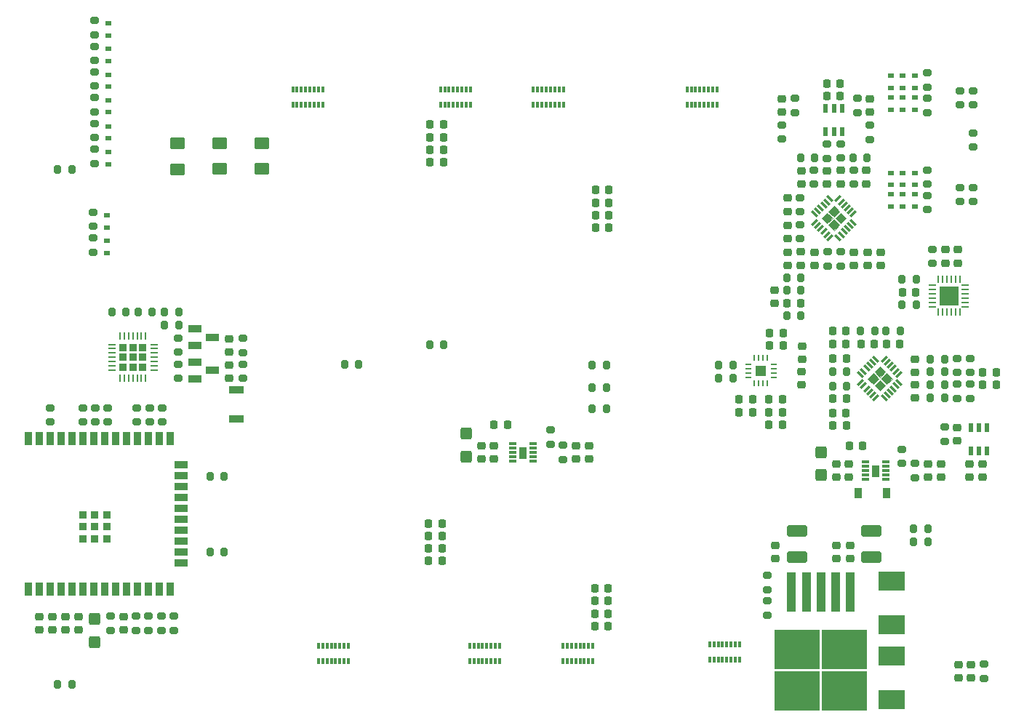
<source format=gbr>
%TF.GenerationSoftware,KiCad,Pcbnew,(6.0.11)*%
%TF.CreationDate,2024-03-19T14:27:03-04:00*%
%TF.ProjectId,Ultrasonic Sound Steering - Control Rev. B,556c7472-6173-46f6-9e69-6320536f756e,rev?*%
%TF.SameCoordinates,Original*%
%TF.FileFunction,Paste,Top*%
%TF.FilePolarity,Positive*%
%FSLAX46Y46*%
G04 Gerber Fmt 4.6, Leading zero omitted, Abs format (unit mm)*
G04 Created by KiCad (PCBNEW (6.0.11)) date 2024-03-19 14:27:03*
%MOMM*%
%LPD*%
G01*
G04 APERTURE LIST*
G04 Aperture macros list*
%AMRoundRect*
0 Rectangle with rounded corners*
0 $1 Rounding radius*
0 $2 $3 $4 $5 $6 $7 $8 $9 X,Y pos of 4 corners*
0 Add a 4 corners polygon primitive as box body*
4,1,4,$2,$3,$4,$5,$6,$7,$8,$9,$2,$3,0*
0 Add four circle primitives for the rounded corners*
1,1,$1+$1,$2,$3*
1,1,$1+$1,$4,$5*
1,1,$1+$1,$6,$7*
1,1,$1+$1,$8,$9*
0 Add four rect primitives between the rounded corners*
20,1,$1+$1,$2,$3,$4,$5,0*
20,1,$1+$1,$4,$5,$6,$7,0*
20,1,$1+$1,$6,$7,$8,$9,0*
20,1,$1+$1,$8,$9,$2,$3,0*%
G04 Aperture macros list end*
%ADD10C,0.010000*%
%ADD11RoundRect,0.200000X-0.275000X0.200000X-0.275000X-0.200000X0.275000X-0.200000X0.275000X0.200000X0*%
%ADD12R,0.700000X0.600000*%
%ADD13RoundRect,0.225000X0.225000X0.250000X-0.225000X0.250000X-0.225000X-0.250000X0.225000X-0.250000X0*%
%ADD14RoundRect,0.225000X-0.250000X0.225000X-0.250000X-0.225000X0.250000X-0.225000X0.250000X0.225000X0*%
%ADD15RoundRect,0.225000X0.250000X-0.225000X0.250000X0.225000X-0.250000X0.225000X-0.250000X-0.225000X0*%
%ADD16RoundRect,0.225000X-0.225000X-0.250000X0.225000X-0.250000X0.225000X0.250000X-0.225000X0.250000X0*%
%ADD17R,0.300000X0.800000*%
%ADD18RoundRect,0.008100X0.411900X0.126900X-0.411900X0.126900X-0.411900X-0.126900X0.411900X-0.126900X0*%
%ADD19RoundRect,0.200000X0.200000X0.275000X-0.200000X0.275000X-0.200000X-0.275000X0.200000X-0.275000X0*%
%ADD20RoundRect,0.250001X-0.624999X0.462499X-0.624999X-0.462499X0.624999X-0.462499X0.624999X0.462499X0*%
%ADD21RoundRect,0.250000X0.425000X-0.450000X0.425000X0.450000X-0.425000X0.450000X-0.425000X-0.450000X0*%
%ADD22RoundRect,0.200000X0.275000X-0.200000X0.275000X0.200000X-0.275000X0.200000X-0.275000X-0.200000X0*%
%ADD23RoundRect,0.200000X-0.200000X-0.275000X0.200000X-0.275000X0.200000X0.275000X-0.200000X0.275000X0*%
%ADD24R,0.900000X1.200000*%
%ADD25R,3.048000X2.286000*%
%ADD26RoundRect,0.225000X0.225000X0.225000X-0.225000X0.225000X-0.225000X-0.225000X0.225000X-0.225000X0*%
%ADD27RoundRect,0.062500X0.337500X0.062500X-0.337500X0.062500X-0.337500X-0.062500X0.337500X-0.062500X0*%
%ADD28RoundRect,0.062500X0.062500X0.337500X-0.062500X0.337500X-0.062500X-0.337500X0.062500X-0.337500X0*%
%ADD29RoundRect,0.002600X0.212132X0.392303X-0.392303X-0.212132X-0.212132X-0.392303X0.392303X0.212132X0*%
%ADD30RoundRect,0.002600X-0.392303X0.212132X0.212132X-0.392303X0.392303X-0.212132X-0.212132X0.392303X0*%
%ADD31RoundRect,0.002600X-0.212132X-0.392303X0.392303X0.212132X0.212132X0.392303X-0.392303X-0.212132X0*%
%ADD32RoundRect,0.002600X0.392303X-0.212132X-0.212132X0.392303X-0.392303X0.212132X0.212132X-0.392303X0*%
%ADD33RoundRect,0.250000X0.925000X-0.412500X0.925000X0.412500X-0.925000X0.412500X-0.925000X-0.412500X0*%
%ADD34R,0.900000X1.500000*%
%ADD35R,1.500000X0.900000*%
%ADD36R,0.900000X0.900000*%
%ADD37R,1.600200X0.863600*%
%ADD38R,0.254000X0.812800*%
%ADD39R,0.812800X0.254000*%
%ADD40R,2.260600X2.260600*%
%ADD41R,5.250000X4.550000*%
%ADD42R,1.100000X4.600000*%
%ADD43R,0.558800X0.977900*%
%ADD44R,0.254000X0.762000*%
%ADD45R,0.762000X0.254000*%
%ADD46R,1.193800X1.193800*%
%ADD47R,1.700000X0.900000*%
%ADD48R,0.599999X1.000000*%
%ADD49RoundRect,0.250000X-0.425000X0.450000X-0.425000X-0.450000X0.425000X-0.450000X0.425000X0.450000X0*%
G04 APERTURE END LIST*
%TO.C,U7*%
G36*
X186209000Y-108077500D02*
G01*
X185451000Y-108077500D01*
X185451000Y-106812500D01*
X186209000Y-106812500D01*
X186209000Y-108077500D01*
G37*
D10*
X186209000Y-108077500D02*
X185451000Y-108077500D01*
X185451000Y-106812500D01*
X186209000Y-106812500D01*
X186209000Y-108077500D01*
%TO.C,U8*%
G36*
X145139000Y-105972500D02*
G01*
X144381000Y-105972500D01*
X144381000Y-104707500D01*
X145139000Y-104707500D01*
X145139000Y-105972500D01*
G37*
X145139000Y-105972500D02*
X144381000Y-105972500D01*
X144381000Y-104707500D01*
X145139000Y-104707500D01*
X145139000Y-105972500D01*
%TO.C,U5*%
G36*
X186178075Y-96728216D02*
G01*
X185555905Y-97350386D01*
X184932944Y-96727425D01*
X185555114Y-96105255D01*
X186178075Y-96728216D01*
G37*
X186178075Y-96728216D02*
X185555905Y-97350386D01*
X184932944Y-96727425D01*
X185555114Y-96105255D01*
X186178075Y-96728216D01*
G36*
X187763139Y-96727071D02*
G01*
X187139825Y-97350386D01*
X186517698Y-96728259D01*
X187141013Y-96104945D01*
X187763139Y-96727071D01*
G37*
X187763139Y-96727071D02*
X187139825Y-97350386D01*
X186517698Y-96728259D01*
X187141013Y-96104945D01*
X187763139Y-96727071D01*
G36*
X186970246Y-95936045D02*
G01*
X186347865Y-96558426D01*
X185725484Y-95936045D01*
X186347865Y-95313664D01*
X186970246Y-95936045D01*
G37*
X186970246Y-95936045D02*
X186347865Y-96558426D01*
X185725484Y-95936045D01*
X186347865Y-95313664D01*
X186970246Y-95936045D01*
G36*
X186970019Y-97520192D02*
G01*
X186347865Y-98142346D01*
X185725711Y-97520192D01*
X186347865Y-96898038D01*
X186970019Y-97520192D01*
G37*
X186970019Y-97520192D02*
X186347865Y-98142346D01*
X185725711Y-97520192D01*
X186347865Y-96898038D01*
X186970019Y-97520192D01*
%TO.C,U6*%
G36*
X181612254Y-78851960D02*
G01*
X180989293Y-79474921D01*
X180367123Y-78852751D01*
X180990084Y-78229790D01*
X181612254Y-78851960D01*
G37*
X181612254Y-78851960D02*
X180989293Y-79474921D01*
X180367123Y-78852751D01*
X180990084Y-78229790D01*
X181612254Y-78851960D01*
G36*
X181612254Y-77268040D02*
G01*
X180990127Y-77890167D01*
X180366813Y-77266852D01*
X180988939Y-76644726D01*
X181612254Y-77268040D01*
G37*
X181612254Y-77268040D02*
X180990127Y-77890167D01*
X180366813Y-77266852D01*
X180988939Y-76644726D01*
X181612254Y-77268040D01*
G36*
X182404214Y-78060000D02*
G01*
X181782060Y-78682154D01*
X181159906Y-78060000D01*
X181782060Y-77437846D01*
X182404214Y-78060000D01*
G37*
X182404214Y-78060000D02*
X181782060Y-78682154D01*
X181159906Y-78060000D01*
X181782060Y-77437846D01*
X182404214Y-78060000D01*
G36*
X180820294Y-78060000D02*
G01*
X180197913Y-78682381D01*
X179575532Y-78060000D01*
X180197913Y-77437619D01*
X180820294Y-78060000D01*
G37*
X180820294Y-78060000D02*
X180197913Y-78682381D01*
X179575532Y-78060000D01*
X180197913Y-77437619D01*
X180820294Y-78060000D01*
%TD*%
D11*
%TO.C,PTC9*%
X94780000Y-80370000D03*
X94780000Y-82020000D03*
%TD*%
D12*
%TO.C,D16*%
X187605000Y-62880000D03*
X187605000Y-61480000D03*
%TD*%
%TO.C,D22*%
X96530000Y-70360000D03*
X96530000Y-71760000D03*
%TD*%
D13*
%TO.C,C46*%
X174980000Y-102135000D03*
X173430000Y-102135000D03*
%TD*%
D14*
%TO.C,C72*%
X196980000Y-130035000D03*
X196980000Y-131585000D03*
%TD*%
D15*
%TO.C,C103*%
X89982500Y-125990000D03*
X89982500Y-124440000D03*
%TD*%
D16*
%TO.C,C21*%
X180165000Y-63840000D03*
X181715000Y-63840000D03*
%TD*%
D11*
%TO.C,R1*%
X197200000Y-74483500D03*
X197200000Y-76133500D03*
%TD*%
D17*
%TO.C,RN6*%
X152935000Y-127830000D03*
X152435000Y-127830000D03*
X151935000Y-127830000D03*
X151435000Y-127830000D03*
X150935000Y-127830000D03*
X150435000Y-127830000D03*
X149935000Y-127830000D03*
X149435000Y-127830000D03*
X149435000Y-129630000D03*
X149935000Y-129630000D03*
X150435000Y-129630000D03*
X150935000Y-129630000D03*
X151435000Y-129630000D03*
X151935000Y-129630000D03*
X152435000Y-129630000D03*
X152935000Y-129630000D03*
%TD*%
D16*
%TO.C,C15*%
X188974466Y-86655000D03*
X190524466Y-86655000D03*
%TD*%
D11*
%TO.C,R40*%
X183290000Y-72435000D03*
X183290000Y-74085000D03*
%TD*%
D13*
%TO.C,C28*%
X199867200Y-95964466D03*
X198317200Y-95964466D03*
%TD*%
D11*
%TO.C,R39*%
X178690000Y-72460000D03*
X178690000Y-74110000D03*
%TD*%
D18*
%TO.C,U7*%
X187025000Y-108445000D03*
X187025000Y-107945000D03*
X187025000Y-107445000D03*
X187025000Y-106945000D03*
X187025000Y-106445000D03*
X184635000Y-106445000D03*
X184635000Y-106945000D03*
X184635000Y-107445000D03*
X184635000Y-107945000D03*
X184635000Y-108445000D03*
%TD*%
D13*
%TO.C,C112*%
X135365000Y-115050000D03*
X133815000Y-115050000D03*
%TD*%
D12*
%TO.C,D18*%
X96530000Y-64310000D03*
X96530000Y-65710000D03*
%TD*%
D14*
%TO.C,C82*%
X152490000Y-104550000D03*
X152490000Y-106100000D03*
%TD*%
%TO.C,C87*%
X182855000Y-116155000D03*
X182855000Y-117705000D03*
%TD*%
D11*
%TO.C,R47*%
X149480000Y-104490000D03*
X149480000Y-106140000D03*
%TD*%
D19*
%TO.C,R74*%
X101622500Y-88970000D03*
X99972500Y-88970000D03*
%TD*%
D12*
%TO.C,D8*%
X96530000Y-61360000D03*
X96530000Y-62760000D03*
%TD*%
D13*
%TO.C,C47*%
X182415000Y-100732500D03*
X180865000Y-100732500D03*
%TD*%
D20*
%TO.C,D3*%
X104570000Y-69365000D03*
X104570000Y-72340000D03*
%TD*%
D11*
%TO.C,R46*%
X188920000Y-104965000D03*
X188920000Y-106615000D03*
%TD*%
%TO.C,PTC7*%
X94930000Y-67035000D03*
X94930000Y-68685000D03*
%TD*%
D21*
%TO.C,C67*%
X138157500Y-105840000D03*
X138157500Y-103140000D03*
%TD*%
D15*
%TO.C,C131*%
X88452500Y-125980000D03*
X88452500Y-124430000D03*
%TD*%
D16*
%TO.C,C138*%
X169955000Y-99135000D03*
X171505000Y-99135000D03*
%TD*%
D14*
%TO.C,C81*%
X193455000Y-106670000D03*
X193455000Y-108220000D03*
%TD*%
D16*
%TO.C,C104*%
X153140000Y-122630000D03*
X154690000Y-122630000D03*
%TD*%
D22*
%TO.C,R111*%
X101310000Y-101770000D03*
X101310000Y-100120000D03*
%TD*%
D13*
%TO.C,C111*%
X135515000Y-67170000D03*
X133965000Y-67170000D03*
%TD*%
D23*
%TO.C,R56*%
X175505000Y-89390000D03*
X177155000Y-89390000D03*
%TD*%
D14*
%TO.C,C80*%
X150990000Y-104550000D03*
X150990000Y-106100000D03*
%TD*%
D15*
%TO.C,C36*%
X190380000Y-98997500D03*
X190380000Y-97447500D03*
%TD*%
D16*
%TO.C,C113*%
X153140000Y-124090000D03*
X154690000Y-124090000D03*
%TD*%
D15*
%TO.C,C30*%
X181790000Y-74035000D03*
X181790000Y-72485000D03*
%TD*%
%TO.C,C85*%
X198260000Y-108215000D03*
X198260000Y-106665000D03*
%TD*%
D19*
%TO.C,R35*%
X193880000Y-98960000D03*
X192230000Y-98960000D03*
%TD*%
D22*
%TO.C,R24*%
X174964769Y-68866709D03*
X174964769Y-67216709D03*
%TD*%
D23*
%TO.C,R70*%
X103052500Y-90520000D03*
X104702500Y-90520000D03*
%TD*%
D16*
%TO.C,C109*%
X153140000Y-121170000D03*
X154690000Y-121170000D03*
%TD*%
D13*
%TO.C,C44*%
X174980000Y-100635000D03*
X173430000Y-100635000D03*
%TD*%
D14*
%TO.C,C159*%
X175583005Y-81992929D03*
X175583005Y-83542929D03*
%TD*%
D11*
%TO.C,PTC5*%
X94910000Y-55035000D03*
X94910000Y-56685000D03*
%TD*%
D24*
%TO.C,D1*%
X183797000Y-110070000D03*
X187097000Y-110070000D03*
%TD*%
D14*
%TO.C,C16*%
X193940000Y-81720000D03*
X193940000Y-83270000D03*
%TD*%
D22*
%TO.C,R114*%
X96470000Y-101765000D03*
X96470000Y-100115000D03*
%TD*%
%TO.C,R17*%
X192440000Y-83320000D03*
X192440000Y-81670000D03*
%TD*%
D19*
%TO.C,PTC1*%
X92280000Y-72350000D03*
X90630000Y-72350000D03*
%TD*%
D23*
%TO.C,R109*%
X108345000Y-108070000D03*
X109995000Y-108070000D03*
%TD*%
D13*
%TO.C,C114*%
X135370000Y-117970000D03*
X133820000Y-117970000D03*
%TD*%
D14*
%TO.C,C160*%
X177254738Y-95905262D03*
X177254738Y-97455262D03*
%TD*%
D25*
%TO.C,F1*%
X187690000Y-134070000D03*
X187690000Y-128990000D03*
%TD*%
D19*
%TO.C,R77*%
X154500000Y-100272500D03*
X152850000Y-100272500D03*
%TD*%
D15*
%TO.C,C142*%
X174120000Y-87975000D03*
X174120000Y-86425000D03*
%TD*%
D13*
%TO.C,C33*%
X175055000Y-91435000D03*
X173505000Y-91435000D03*
%TD*%
D15*
%TO.C,C65*%
X175570000Y-80415000D03*
X175570000Y-78865000D03*
%TD*%
D14*
%TO.C,C108*%
X110617500Y-92085000D03*
X110617500Y-93635000D03*
%TD*%
D19*
%TO.C,R98*%
X169230000Y-96664300D03*
X167580000Y-96664300D03*
%TD*%
D26*
%TO.C,U12*%
X99377500Y-93130000D03*
X98257500Y-93130000D03*
X100497500Y-93130000D03*
X99377500Y-95370000D03*
X99377500Y-94250000D03*
X100497500Y-95370000D03*
X98257500Y-94250000D03*
X98257500Y-95370000D03*
X100497500Y-94250000D03*
D27*
X101827500Y-95750000D03*
X101827500Y-95250000D03*
X101827500Y-94750000D03*
X101827500Y-94250000D03*
X101827500Y-93750000D03*
X101827500Y-93250000D03*
X101827500Y-92750000D03*
D28*
X100877500Y-91800000D03*
X100377500Y-91800000D03*
X99877500Y-91800000D03*
X99377500Y-91800000D03*
X98877500Y-91800000D03*
X98377500Y-91800000D03*
X97877500Y-91800000D03*
D27*
X96927500Y-92750000D03*
X96927500Y-93250000D03*
X96927500Y-93750000D03*
X96927500Y-94250000D03*
X96927500Y-94750000D03*
X96927500Y-95250000D03*
X96927500Y-95750000D03*
D28*
X97877500Y-96700000D03*
X98377500Y-96700000D03*
X98877500Y-96700000D03*
X99377500Y-96700000D03*
X99877500Y-96700000D03*
X100377500Y-96700000D03*
X100877500Y-96700000D03*
%TD*%
D11*
%TO.C,R45*%
X190380000Y-106620000D03*
X190380000Y-108270000D03*
%TD*%
D16*
%TO.C,C119*%
X153240000Y-76240000D03*
X154790000Y-76240000D03*
%TD*%
D22*
%TO.C,R30*%
X195330000Y-96035000D03*
X195330000Y-94385000D03*
%TD*%
D19*
%TO.C,R36*%
X193880000Y-94460000D03*
X192230000Y-94460000D03*
%TD*%
D12*
%TO.C,D20*%
X96530000Y-67360000D03*
X96530000Y-68760000D03*
%TD*%
D13*
%TO.C,C115*%
X135515000Y-68630000D03*
X133965000Y-68630000D03*
%TD*%
D14*
%TO.C,C141*%
X174187500Y-116155000D03*
X174187500Y-117705000D03*
%TD*%
D19*
%TO.C,R33*%
X193880000Y-95960000D03*
X192230000Y-95960000D03*
%TD*%
D14*
%TO.C,C168*%
X177262142Y-92947858D03*
X177262142Y-94497858D03*
%TD*%
D11*
%TO.C,R5*%
X195710000Y-63220000D03*
X195710000Y-64870000D03*
%TD*%
D19*
%TO.C,R34*%
X193880000Y-97460000D03*
X192230000Y-97460000D03*
%TD*%
D11*
%TO.C,R100*%
X177060000Y-75665000D03*
X177060000Y-77315000D03*
%TD*%
D22*
%TO.C,R27*%
X196830534Y-96030534D03*
X196830534Y-94380534D03*
%TD*%
D17*
%TO.C,RN8*%
X124480000Y-127830000D03*
X123980000Y-127830000D03*
X123480000Y-127830000D03*
X122980000Y-127830000D03*
X122480000Y-127830000D03*
X121980000Y-127830000D03*
X121480000Y-127830000D03*
X120980000Y-127830000D03*
X120980000Y-129630000D03*
X121480000Y-129630000D03*
X121980000Y-129630000D03*
X122480000Y-129630000D03*
X122980000Y-129630000D03*
X123480000Y-129630000D03*
X123980000Y-129630000D03*
X124480000Y-129630000D03*
%TD*%
D16*
%TO.C,C118*%
X153235000Y-74780000D03*
X154785000Y-74780000D03*
%TD*%
%TO.C,C105*%
X153240000Y-77690000D03*
X154790000Y-77690000D03*
%TD*%
D13*
%TO.C,C147*%
X182410000Y-92672500D03*
X180860000Y-92672500D03*
%TD*%
D14*
%TO.C,C79*%
X191920000Y-106665000D03*
X191920000Y-108215000D03*
%TD*%
D11*
%TO.C,R120*%
X102680000Y-124385000D03*
X102680000Y-126035000D03*
%TD*%
%TO.C,PTC14*%
X191835000Y-64100000D03*
X191835000Y-65750000D03*
%TD*%
D22*
%TO.C,R112*%
X99850000Y-101770000D03*
X99850000Y-100120000D03*
%TD*%
D14*
%TO.C,C27*%
X195400000Y-81725000D03*
X195400000Y-83275000D03*
%TD*%
D22*
%TO.C,R110*%
X95010000Y-101765000D03*
X95010000Y-100115000D03*
%TD*%
D18*
%TO.C,U8*%
X145955000Y-106340000D03*
X145955000Y-105840000D03*
X145955000Y-105340000D03*
X145955000Y-104840000D03*
X145955000Y-104340000D03*
X143565000Y-104340000D03*
X143565000Y-104840000D03*
X143565000Y-105340000D03*
X143565000Y-105840000D03*
X143565000Y-106340000D03*
%TD*%
D11*
%TO.C,R4*%
X197210000Y-68130000D03*
X197210000Y-69780000D03*
%TD*%
D12*
%TO.C,D12*%
X189005000Y-76700000D03*
X189005000Y-75300000D03*
%TD*%
D25*
%TO.C,F2*%
X187690000Y-125350000D03*
X187690000Y-120270000D03*
%TD*%
D19*
%TO.C,R54*%
X191915000Y-114230000D03*
X190265000Y-114230000D03*
%TD*%
D13*
%TO.C,C40*%
X174980000Y-99135000D03*
X173430000Y-99135000D03*
%TD*%
D12*
%TO.C,D29*%
X190405000Y-72780000D03*
X190405000Y-74180000D03*
%TD*%
D16*
%TO.C,C91*%
X175556875Y-87930000D03*
X177106875Y-87930000D03*
%TD*%
D11*
%TO.C,R3*%
X197210000Y-63215000D03*
X197210000Y-64865000D03*
%TD*%
D13*
%TO.C,C116*%
X135365000Y-116510000D03*
X133815000Y-116510000D03*
%TD*%
D12*
%TO.C,D11*%
X187605000Y-64000000D03*
X187605000Y-65400000D03*
%TD*%
D16*
%TO.C,C61*%
X184150000Y-92672500D03*
X185700000Y-92672500D03*
%TD*%
D22*
%TO.C,R55*%
X193870000Y-104005000D03*
X193870000Y-102355000D03*
%TD*%
D23*
%TO.C,R73*%
X103052500Y-88970000D03*
X104702500Y-88970000D03*
%TD*%
D11*
%TO.C,R32*%
X180190000Y-69435000D03*
X180190000Y-71085000D03*
%TD*%
D12*
%TO.C,D28*%
X190405000Y-61480000D03*
X190405000Y-62880000D03*
%TD*%
%TO.C,D15*%
X190405000Y-65400000D03*
X190405000Y-64000000D03*
%TD*%
D22*
%TO.C,R69*%
X104647500Y-93665000D03*
X104647500Y-92015000D03*
%TD*%
D11*
%TO.C,R14*%
X183750000Y-64095000D03*
X183750000Y-65745000D03*
%TD*%
D16*
%TO.C,C19*%
X180170000Y-62360000D03*
X181720000Y-62360000D03*
%TD*%
D12*
%TO.C,D14*%
X190405000Y-76700000D03*
X190405000Y-75300000D03*
%TD*%
D19*
%TO.C,R96*%
X188720000Y-91172500D03*
X187070000Y-91172500D03*
%TD*%
D29*
%TO.C,U5*%
X188600000Y-96243764D03*
X188246447Y-95890210D03*
X187892893Y-95536657D03*
X187539340Y-95183104D03*
X187185787Y-94829550D03*
X186832233Y-94475997D03*
D30*
X185863497Y-94475997D03*
X185509943Y-94829550D03*
X185156390Y-95183104D03*
X184802837Y-95536657D03*
X184449283Y-95890210D03*
X184095730Y-96243764D03*
D31*
X184095730Y-97212500D03*
X184449283Y-97566054D03*
X184802837Y-97919607D03*
X185156390Y-98273160D03*
X185509943Y-98626714D03*
X185863497Y-98980267D03*
D32*
X186832233Y-98980267D03*
X187185787Y-98626714D03*
X187539340Y-98273160D03*
X187892893Y-97919607D03*
X188246447Y-97566054D03*
X188600000Y-97212500D03*
%TD*%
D12*
%TO.C,D6*%
X96530000Y-55360000D03*
X96530000Y-56760000D03*
%TD*%
D22*
%TO.C,PTC13*%
X191835000Y-62785000D03*
X191835000Y-61135000D03*
%TD*%
D11*
%TO.C,PTC8*%
X94780000Y-77370000D03*
X94780000Y-79020000D03*
%TD*%
D33*
%TO.C,C140*%
X176667500Y-117500000D03*
X176667500Y-114425000D03*
%TD*%
D11*
%TO.C,R108*%
X104140000Y-124385000D03*
X104140000Y-126035000D03*
%TD*%
%TO.C,R48*%
X147980000Y-102720000D03*
X147980000Y-104370000D03*
%TD*%
D22*
%TO.C,PTC11*%
X191845000Y-74085000D03*
X191845000Y-72435000D03*
%TD*%
D15*
%TO.C,C120*%
X98300000Y-125985000D03*
X98300000Y-124435000D03*
%TD*%
D14*
%TO.C,C70*%
X181255000Y-106660000D03*
X181255000Y-108210000D03*
%TD*%
D34*
%TO.C,U22*%
X87200000Y-121240000D03*
X88470000Y-121240000D03*
X89740000Y-121240000D03*
X91010000Y-121240000D03*
X92280000Y-121240000D03*
X93550000Y-121240000D03*
X94820000Y-121240000D03*
X96090000Y-121240000D03*
X97360000Y-121240000D03*
X98630000Y-121240000D03*
X99900000Y-121240000D03*
X101170000Y-121240000D03*
X102440000Y-121240000D03*
X103710000Y-121240000D03*
D35*
X104960000Y-118205000D03*
X104960000Y-116935000D03*
X104960000Y-115665000D03*
X104960000Y-114395000D03*
X104960000Y-113125000D03*
X104960000Y-111855000D03*
X104960000Y-110585000D03*
X104960000Y-109315000D03*
X104960000Y-108045000D03*
X104960000Y-106775000D03*
D34*
X103710000Y-103740000D03*
X102440000Y-103740000D03*
X101170000Y-103740000D03*
X99900000Y-103740000D03*
X98630000Y-103740000D03*
X97360000Y-103740000D03*
X96090000Y-103740000D03*
X94820000Y-103740000D03*
X93550000Y-103740000D03*
X92280000Y-103740000D03*
X91010000Y-103740000D03*
X89740000Y-103740000D03*
X88470000Y-103740000D03*
X87200000Y-103740000D03*
D36*
X93520000Y-115390000D03*
X93520000Y-113990000D03*
X93520000Y-112590000D03*
X94920000Y-115390000D03*
X94920000Y-113990000D03*
X94920000Y-112590000D03*
X96320000Y-115390000D03*
X96320000Y-113990000D03*
X96320000Y-112590000D03*
%TD*%
D13*
%TO.C,C170*%
X182425000Y-94380000D03*
X180875000Y-94380000D03*
%TD*%
D11*
%TO.C,R71*%
X112147500Y-92035000D03*
X112147500Y-93685000D03*
%TD*%
D16*
%TO.C,C117*%
X153140000Y-125550000D03*
X154690000Y-125550000D03*
%TD*%
D15*
%TO.C,C171*%
X183270000Y-83560000D03*
X183270000Y-82010000D03*
%TD*%
D14*
%TO.C,C13*%
X185210000Y-64145000D03*
X185210000Y-65695000D03*
%TD*%
D11*
%TO.C,PTC6*%
X94910000Y-61035000D03*
X94910000Y-62685000D03*
%TD*%
D22*
%TO.C,R116*%
X181750000Y-83610000D03*
X181750000Y-81960000D03*
%TD*%
D37*
%TO.C,Q4*%
X106622000Y-94829999D03*
X106622000Y-96730001D03*
X108633000Y-95780000D03*
%TD*%
D38*
%TO.C,U3*%
X195644781Y-85199466D03*
X195144655Y-85199466D03*
X194644529Y-85199466D03*
X194144403Y-85199466D03*
X193644277Y-85199466D03*
X193144151Y-85199466D03*
D39*
X192489466Y-85854151D03*
X192489466Y-86354277D03*
X192489466Y-86854403D03*
X192489466Y-87354529D03*
X192489466Y-87854655D03*
X192489466Y-88354781D03*
D38*
X193144151Y-89009466D03*
X193644277Y-89009466D03*
X194144403Y-89009466D03*
X194644529Y-89009466D03*
X195144655Y-89009466D03*
X195644781Y-89009466D03*
D39*
X196299466Y-88354781D03*
X196299466Y-87854655D03*
X196299466Y-87354529D03*
X196299466Y-86854403D03*
X196299466Y-86354277D03*
X196299466Y-85854151D03*
D40*
X194394466Y-87104466D03*
%TD*%
D16*
%TO.C,C107*%
X153240000Y-79150000D03*
X154790000Y-79150000D03*
%TD*%
%TO.C,C59*%
X187125000Y-92672500D03*
X188675000Y-92672500D03*
%TD*%
D12*
%TO.C,D27*%
X187605000Y-74180000D03*
X187605000Y-72780000D03*
%TD*%
D22*
%TO.C,R117*%
X180240000Y-83605000D03*
X180240000Y-81955000D03*
%TD*%
%TO.C,R88*%
X173230000Y-124265000D03*
X173230000Y-122615000D03*
%TD*%
D23*
%TO.C,R115*%
X180825000Y-95880000D03*
X182475000Y-95880000D03*
%TD*%
D13*
%TO.C,C29*%
X199867200Y-97464466D03*
X198317200Y-97464466D03*
%TD*%
D12*
%TO.C,D9*%
X96320000Y-80720000D03*
X96320000Y-82120000D03*
%TD*%
D16*
%TO.C,C169*%
X180875000Y-99080000D03*
X182425000Y-99080000D03*
%TD*%
D19*
%TO.C,R38*%
X178765000Y-71010000D03*
X177115000Y-71010000D03*
%TD*%
D30*
%TO.C,U6*%
X180505632Y-75807865D03*
X180152078Y-76161418D03*
X179798525Y-76514972D03*
X179444972Y-76868525D03*
X179091418Y-77222078D03*
X178737865Y-77575632D03*
D31*
X178737865Y-78544368D03*
X179091418Y-78897922D03*
X179444972Y-79251475D03*
X179798525Y-79605028D03*
X180152078Y-79958582D03*
X180505632Y-80312135D03*
D32*
X181474368Y-80312135D03*
X181827922Y-79958582D03*
X182181475Y-79605028D03*
X182535028Y-79251475D03*
X182888582Y-78897922D03*
X183242135Y-78544368D03*
D29*
X183242135Y-77575632D03*
X182888582Y-77222078D03*
X182535028Y-76868525D03*
X182181475Y-76514972D03*
X181827922Y-76161418D03*
X181474368Y-75807865D03*
%TD*%
D22*
%TO.C,R125*%
X89740000Y-101775000D03*
X89740000Y-100125000D03*
%TD*%
D23*
%TO.C,R107*%
X108375000Y-116940000D03*
X110025000Y-116940000D03*
%TD*%
D22*
%TO.C,R113*%
X102770000Y-101770000D03*
X102770000Y-100120000D03*
%TD*%
%TO.C,R128*%
X93550000Y-101765000D03*
X93550000Y-100115000D03*
%TD*%
D12*
%TO.C,D17*%
X189005000Y-72780000D03*
X189005000Y-74180000D03*
%TD*%
D17*
%TO.C,RN5*%
X170024998Y-127648415D03*
X169524998Y-127648415D03*
X169024998Y-127648415D03*
X168524998Y-127648415D03*
X168024998Y-127648415D03*
X167524998Y-127648415D03*
X167024998Y-127648415D03*
X166524998Y-127648415D03*
X166524998Y-129448415D03*
X167024998Y-129448415D03*
X167524998Y-129448415D03*
X168024998Y-129448415D03*
X168524998Y-129448415D03*
X169024998Y-129448415D03*
X169524998Y-129448415D03*
X170024998Y-129448415D03*
%TD*%
D13*
%TO.C,C34*%
X175055000Y-92860000D03*
X173505000Y-92860000D03*
%TD*%
D11*
%TO.C,PTC3*%
X94930000Y-64035000D03*
X94930000Y-65685000D03*
%TD*%
D13*
%TO.C,C101*%
X135515000Y-70090000D03*
X133965000Y-70090000D03*
%TD*%
D21*
%TO.C,C60*%
X179475000Y-107975000D03*
X179475000Y-105275000D03*
%TD*%
D15*
%TO.C,C133*%
X91510000Y-125985000D03*
X91510000Y-124435000D03*
%TD*%
D14*
%TO.C,C49*%
X184920000Y-82010000D03*
X184920000Y-83560000D03*
%TD*%
D19*
%TO.C,R76*%
X135565000Y-92780000D03*
X133915000Y-92780000D03*
%TD*%
D11*
%TO.C,R101*%
X177070000Y-78810000D03*
X177070000Y-80460000D03*
%TD*%
D23*
%TO.C,R53*%
X190266557Y-115694730D03*
X191916557Y-115694730D03*
%TD*%
D12*
%TO.C,D10*%
X187605000Y-75300000D03*
X187605000Y-76700000D03*
%TD*%
D22*
%TO.C,R2*%
X195700000Y-76133500D03*
X195700000Y-74483500D03*
%TD*%
D20*
%TO.C,D5*%
X114401000Y-69350001D03*
X114401000Y-72325001D03*
%TD*%
D11*
%TO.C,R44*%
X198440000Y-129985000D03*
X198440000Y-131635000D03*
%TD*%
D41*
%TO.C,U11*%
X176690000Y-133110000D03*
X182240000Y-128260000D03*
X176690000Y-128260000D03*
X182240000Y-133110000D03*
D42*
X182865000Y-121535000D03*
X181165000Y-121535000D03*
X179465000Y-121535000D03*
X177765000Y-121535000D03*
X176065000Y-121535000D03*
%TD*%
D14*
%TO.C,C102*%
X110617500Y-95115000D03*
X110617500Y-96665000D03*
%TD*%
D33*
%TO.C,C88*%
X185350000Y-117495000D03*
X185350000Y-114420000D03*
%TD*%
D43*
%TO.C,U4*%
X181940002Y-65235000D03*
X180990001Y-65235000D03*
X180040000Y-65235000D03*
X180040000Y-67965500D03*
X180990001Y-67965500D03*
X181940002Y-67965500D03*
%TD*%
D12*
%TO.C,D26*%
X189005000Y-61480000D03*
X189005000Y-62880000D03*
%TD*%
D14*
%TO.C,C12*%
X174964769Y-64166709D03*
X174964769Y-65716709D03*
%TD*%
D19*
%TO.C,R80*%
X125665000Y-95110000D03*
X124015000Y-95110000D03*
%TD*%
D20*
%TO.C,D21*%
X109491000Y-69352501D03*
X109491000Y-72327501D03*
%TD*%
D11*
%TO.C,R119*%
X101220000Y-124385000D03*
X101220000Y-126035000D03*
%TD*%
D14*
%TO.C,C39*%
X177190000Y-72510000D03*
X177190000Y-74060000D03*
%TD*%
%TO.C,C148*%
X177095000Y-81990000D03*
X177095000Y-83540000D03*
%TD*%
D23*
%TO.C,R102*%
X180825000Y-97580000D03*
X182475000Y-97580000D03*
%TD*%
D14*
%TO.C,C54*%
X186409999Y-82010000D03*
X186409999Y-83560000D03*
%TD*%
D16*
%TO.C,C74*%
X141420000Y-102090000D03*
X142970000Y-102090000D03*
%TD*%
D44*
%TO.C,U28*%
X171739999Y-97296400D03*
X172240000Y-97296400D03*
X172740000Y-97296400D03*
X173240001Y-97296400D03*
D45*
X173963200Y-96573201D03*
X173963200Y-96073200D03*
X173963200Y-95573200D03*
X173963200Y-95073199D03*
D44*
X173240001Y-94350000D03*
X172740000Y-94350000D03*
X172240000Y-94350000D03*
X171739999Y-94350000D03*
D45*
X171016800Y-95073199D03*
X171016800Y-95573200D03*
X171016800Y-96073200D03*
X171016800Y-96573201D03*
D46*
X172490000Y-95823200D03*
%TD*%
D14*
%TO.C,C75*%
X195520000Y-130035000D03*
X195520000Y-131585000D03*
%TD*%
D47*
%TO.C,SW2*%
X111390000Y-98040000D03*
X111390000Y-101440000D03*
%TD*%
D11*
%TO.C,R72*%
X112147500Y-95070000D03*
X112147500Y-96720000D03*
%TD*%
D19*
%TO.C,R79*%
X154500000Y-95140000D03*
X152850000Y-95140000D03*
%TD*%
%TO.C,R75*%
X98572500Y-88970000D03*
X96922500Y-88970000D03*
%TD*%
%TO.C,R78*%
X154500000Y-97772500D03*
X152850000Y-97772500D03*
%TD*%
D22*
%TO.C,R25*%
X185205231Y-68875000D03*
X185205231Y-67225000D03*
%TD*%
D11*
%TO.C,PTC12*%
X191835000Y-75390000D03*
X191835000Y-77040000D03*
%TD*%
D12*
%TO.C,D13*%
X189005000Y-65400000D03*
X189005000Y-64000000D03*
%TD*%
D15*
%TO.C,C37*%
X190380000Y-95997500D03*
X190380000Y-94447500D03*
%TD*%
D11*
%TO.C,PTC4*%
X94930000Y-70035000D03*
X94930000Y-71685000D03*
%TD*%
D14*
%TO.C,C68*%
X182755000Y-106660000D03*
X182755000Y-108210000D03*
%TD*%
D19*
%TO.C,R99*%
X169230000Y-95114300D03*
X167580000Y-95114300D03*
%TD*%
D22*
%TO.C,R28*%
X196830000Y-99035000D03*
X196830000Y-97385000D03*
%TD*%
D15*
%TO.C,C86*%
X196790000Y-108215313D03*
X196790000Y-106665313D03*
%TD*%
D17*
%TO.C,RN4*%
X117990000Y-64850000D03*
X118490000Y-64850000D03*
X118990000Y-64850000D03*
X119490000Y-64850000D03*
X119990000Y-64850000D03*
X120490000Y-64850000D03*
X120990000Y-64850000D03*
X121490000Y-64850000D03*
X121490000Y-63050000D03*
X120990000Y-63050000D03*
X120490000Y-63050000D03*
X119990000Y-63050000D03*
X119490000Y-63050000D03*
X118990000Y-63050000D03*
X118490000Y-63050000D03*
X117990000Y-63050000D03*
%TD*%
D16*
%TO.C,C62*%
X169955000Y-100635000D03*
X171505000Y-100635000D03*
%TD*%
D37*
%TO.C,Q3*%
X106632000Y-90959999D03*
X106632000Y-92860001D03*
X108643000Y-91910000D03*
%TD*%
D23*
%TO.C,R105*%
X175510000Y-85010000D03*
X177160000Y-85010000D03*
%TD*%
D11*
%TO.C,R31*%
X195330000Y-97389466D03*
X195330000Y-99039466D03*
%TD*%
%TO.C,PTC2*%
X94910000Y-58035000D03*
X94910000Y-59685000D03*
%TD*%
D22*
%TO.C,R58*%
X173220000Y-121305000D03*
X173220000Y-119655000D03*
%TD*%
D23*
%TO.C,R104*%
X175510000Y-86470000D03*
X177160000Y-86470000D03*
%TD*%
D12*
%TO.C,D19*%
X96320000Y-77725000D03*
X96320000Y-79125000D03*
%TD*%
%TO.C,D7*%
X96530000Y-58360000D03*
X96530000Y-59760000D03*
%TD*%
D15*
%TO.C,C64*%
X175570000Y-77261709D03*
X175570000Y-75711709D03*
%TD*%
D19*
%TO.C,PTC10*%
X92260000Y-132310000D03*
X90610000Y-132310000D03*
%TD*%
D22*
%TO.C,R81*%
X96760000Y-126035000D03*
X96760000Y-124385000D03*
%TD*%
D23*
%TO.C,R37*%
X183215000Y-70985000D03*
X184865000Y-70985000D03*
%TD*%
D17*
%TO.C,RN7*%
X142080000Y-127830000D03*
X141580000Y-127830000D03*
X141080000Y-127830000D03*
X140580000Y-127830000D03*
X140080000Y-127830000D03*
X139580000Y-127830000D03*
X139080000Y-127830000D03*
X138580000Y-127830000D03*
X138580000Y-129630000D03*
X139080000Y-129630000D03*
X139580000Y-129630000D03*
X140080000Y-129630000D03*
X140580000Y-129630000D03*
X141080000Y-129630000D03*
X141580000Y-129630000D03*
X142080000Y-129630000D03*
%TD*%
D19*
%TO.C,R97*%
X185750000Y-91172500D03*
X184100000Y-91172500D03*
%TD*%
D16*
%TO.C,C73*%
X182765000Y-104535000D03*
X184315000Y-104535000D03*
%TD*%
D11*
%TO.C,R118*%
X99760000Y-124385000D03*
X99760000Y-126035000D03*
%TD*%
D15*
%TO.C,C83*%
X195330000Y-103955000D03*
X195330000Y-102405000D03*
%TD*%
D17*
%TO.C,RN1*%
X163887501Y-64852500D03*
X164387501Y-64852500D03*
X164887501Y-64852500D03*
X165387501Y-64852500D03*
X165887501Y-64852500D03*
X166387501Y-64852500D03*
X166887501Y-64852500D03*
X167387501Y-64852500D03*
X167387501Y-63052500D03*
X166887501Y-63052500D03*
X166387501Y-63052500D03*
X165887501Y-63052500D03*
X165387501Y-63052500D03*
X164887501Y-63052500D03*
X164387501Y-63052500D03*
X163887501Y-63052500D03*
%TD*%
D15*
%TO.C,C134*%
X93040000Y-125985000D03*
X93040000Y-124435000D03*
%TD*%
D23*
%TO.C,R16*%
X188924466Y-85155000D03*
X190574466Y-85155000D03*
%TD*%
D48*
%TO.C,U10*%
X198820001Y-102429685D03*
X197870000Y-102429685D03*
X196920002Y-102429685D03*
X196920002Y-105179685D03*
X197870000Y-105179685D03*
X198820001Y-105179685D03*
%TD*%
D17*
%TO.C,RN3*%
X135190000Y-64850000D03*
X135690000Y-64850000D03*
X136190000Y-64850000D03*
X136690000Y-64850000D03*
X137190000Y-64850000D03*
X137690000Y-64850000D03*
X138190000Y-64850000D03*
X138690000Y-64850000D03*
X138690000Y-63050000D03*
X138190000Y-63050000D03*
X137690000Y-63050000D03*
X137190000Y-63050000D03*
X136690000Y-63050000D03*
X136190000Y-63050000D03*
X135690000Y-63050000D03*
X135190000Y-63050000D03*
%TD*%
%TO.C,RN2*%
X145992500Y-64852500D03*
X146492500Y-64852500D03*
X146992500Y-64852500D03*
X147492500Y-64852500D03*
X147992500Y-64852500D03*
X148492500Y-64852500D03*
X148992500Y-64852500D03*
X149492500Y-64852500D03*
X149492500Y-63052500D03*
X148992500Y-63052500D03*
X148492500Y-63052500D03*
X147992500Y-63052500D03*
X147492500Y-63052500D03*
X146992500Y-63052500D03*
X146492500Y-63052500D03*
X145992500Y-63052500D03*
%TD*%
D14*
%TO.C,C69*%
X141435000Y-104540000D03*
X141435000Y-106090000D03*
%TD*%
D15*
%TO.C,C38*%
X184790000Y-74035000D03*
X184790000Y-72485000D03*
%TD*%
D11*
%TO.C,R29*%
X181790000Y-69410000D03*
X181790000Y-71060000D03*
%TD*%
D14*
%TO.C,C172*%
X178730000Y-82005000D03*
X178730000Y-83555000D03*
%TD*%
D13*
%TO.C,C52*%
X182420000Y-102202500D03*
X180870000Y-102202500D03*
%TD*%
D14*
%TO.C,C71*%
X139945000Y-104540000D03*
X139945000Y-106090000D03*
%TD*%
D23*
%TO.C,R23*%
X188925000Y-88120000D03*
X190575000Y-88120000D03*
%TD*%
D11*
%TO.C,R12*%
X176430000Y-64117000D03*
X176430000Y-65767000D03*
%TD*%
D13*
%TO.C,C110*%
X135365000Y-113590000D03*
X133815000Y-113590000D03*
%TD*%
%TO.C,C150*%
X182410000Y-91172500D03*
X180860000Y-91172500D03*
%TD*%
D14*
%TO.C,C31*%
X180190000Y-72510000D03*
X180190000Y-74060000D03*
%TD*%
D13*
%TO.C,C106*%
X135515000Y-71550000D03*
X133965000Y-71550000D03*
%TD*%
D22*
%TO.C,R68*%
X104637500Y-96705000D03*
X104637500Y-95055000D03*
%TD*%
D14*
%TO.C,C89*%
X181255000Y-116155000D03*
X181255000Y-117705000D03*
%TD*%
D49*
%TO.C,C135*%
X94900000Y-124680000D03*
X94900000Y-127380000D03*
%TD*%
M02*

</source>
